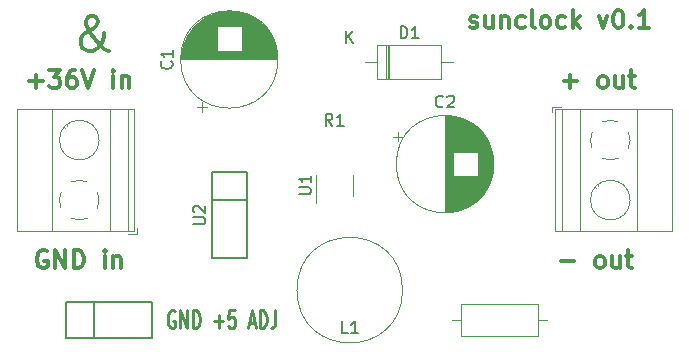
<source format=gbr>
G04 #@! TF.GenerationSoftware,KiCad,Pcbnew,(5.0.2-5-10.14)*
G04 #@! TF.CreationDate,2019-03-09T13:51:56-08:00*
G04 #@! TF.ProjectId,sunclock,73756e63-6c6f-4636-9b2e-6b696361645f,rev?*
G04 #@! TF.SameCoordinates,Original*
G04 #@! TF.FileFunction,Legend,Top*
G04 #@! TF.FilePolarity,Positive*
%FSLAX46Y46*%
G04 Gerber Fmt 4.6, Leading zero omitted, Abs format (unit mm)*
G04 Created by KiCad (PCBNEW (5.0.2-5-10.14)) date Saturday, March 09, 2019 at 01:51:56 PM*
%MOMM*%
%LPD*%
G01*
G04 APERTURE LIST*
%ADD10C,0.300000*%
%ADD11C,0.254000*%
%ADD12C,0.120000*%
%ADD13C,0.150000*%
G04 APERTURE END LIST*
D10*
X142288571Y-79347142D02*
X142431428Y-79418571D01*
X142717142Y-79418571D01*
X142860000Y-79347142D01*
X142931428Y-79204285D01*
X142931428Y-79132857D01*
X142860000Y-78990000D01*
X142717142Y-78918571D01*
X142502857Y-78918571D01*
X142360000Y-78847142D01*
X142288571Y-78704285D01*
X142288571Y-78632857D01*
X142360000Y-78490000D01*
X142502857Y-78418571D01*
X142717142Y-78418571D01*
X142860000Y-78490000D01*
X144217142Y-78418571D02*
X144217142Y-79418571D01*
X143574285Y-78418571D02*
X143574285Y-79204285D01*
X143645714Y-79347142D01*
X143788571Y-79418571D01*
X144002857Y-79418571D01*
X144145714Y-79347142D01*
X144217142Y-79275714D01*
X144931428Y-78418571D02*
X144931428Y-79418571D01*
X144931428Y-78561428D02*
X145002857Y-78490000D01*
X145145714Y-78418571D01*
X145360000Y-78418571D01*
X145502857Y-78490000D01*
X145574285Y-78632857D01*
X145574285Y-79418571D01*
X146931428Y-79347142D02*
X146788571Y-79418571D01*
X146502857Y-79418571D01*
X146360000Y-79347142D01*
X146288571Y-79275714D01*
X146217142Y-79132857D01*
X146217142Y-78704285D01*
X146288571Y-78561428D01*
X146360000Y-78490000D01*
X146502857Y-78418571D01*
X146788571Y-78418571D01*
X146931428Y-78490000D01*
X147788571Y-79418571D02*
X147645714Y-79347142D01*
X147574285Y-79204285D01*
X147574285Y-77918571D01*
X148574285Y-79418571D02*
X148431428Y-79347142D01*
X148360000Y-79275714D01*
X148288571Y-79132857D01*
X148288571Y-78704285D01*
X148360000Y-78561428D01*
X148431428Y-78490000D01*
X148574285Y-78418571D01*
X148788571Y-78418571D01*
X148931428Y-78490000D01*
X149002857Y-78561428D01*
X149074285Y-78704285D01*
X149074285Y-79132857D01*
X149002857Y-79275714D01*
X148931428Y-79347142D01*
X148788571Y-79418571D01*
X148574285Y-79418571D01*
X150360000Y-79347142D02*
X150217142Y-79418571D01*
X149931428Y-79418571D01*
X149788571Y-79347142D01*
X149717142Y-79275714D01*
X149645714Y-79132857D01*
X149645714Y-78704285D01*
X149717142Y-78561428D01*
X149788571Y-78490000D01*
X149931428Y-78418571D01*
X150217142Y-78418571D01*
X150360000Y-78490000D01*
X151002857Y-79418571D02*
X151002857Y-77918571D01*
X151145714Y-78847142D02*
X151574285Y-79418571D01*
X151574285Y-78418571D02*
X151002857Y-78990000D01*
X153217142Y-78418571D02*
X153574285Y-79418571D01*
X153931428Y-78418571D01*
X154788571Y-77918571D02*
X154931428Y-77918571D01*
X155074285Y-77990000D01*
X155145714Y-78061428D01*
X155217142Y-78204285D01*
X155288571Y-78490000D01*
X155288571Y-78847142D01*
X155217142Y-79132857D01*
X155145714Y-79275714D01*
X155074285Y-79347142D01*
X154931428Y-79418571D01*
X154788571Y-79418571D01*
X154645714Y-79347142D01*
X154574285Y-79275714D01*
X154502857Y-79132857D01*
X154431428Y-78847142D01*
X154431428Y-78490000D01*
X154502857Y-78204285D01*
X154574285Y-78061428D01*
X154645714Y-77990000D01*
X154788571Y-77918571D01*
X155931428Y-79275714D02*
X156002857Y-79347142D01*
X155931428Y-79418571D01*
X155860000Y-79347142D01*
X155931428Y-79275714D01*
X155931428Y-79418571D01*
X157431428Y-79418571D02*
X156574285Y-79418571D01*
X157002857Y-79418571D02*
X157002857Y-77918571D01*
X156860000Y-78132857D01*
X156717142Y-78275714D01*
X156574285Y-78347142D01*
X111775714Y-81367142D02*
X111632857Y-81367142D01*
X111347142Y-81224285D01*
X110918571Y-80795714D01*
X110204285Y-79938571D01*
X109918571Y-79510000D01*
X109775714Y-79081428D01*
X109775714Y-78795714D01*
X109918571Y-78510000D01*
X110204285Y-78367142D01*
X110347142Y-78367142D01*
X110632857Y-78510000D01*
X110775714Y-78795714D01*
X110775714Y-78938571D01*
X110632857Y-79224285D01*
X110490000Y-79367142D01*
X109632857Y-79938571D01*
X109490000Y-80081428D01*
X109347142Y-80367142D01*
X109347142Y-80795714D01*
X109490000Y-81081428D01*
X109632857Y-81224285D01*
X109918571Y-81367142D01*
X110347142Y-81367142D01*
X110632857Y-81224285D01*
X110775714Y-81081428D01*
X111204285Y-80510000D01*
X111347142Y-80081428D01*
X111347142Y-79795714D01*
D11*
X117293571Y-103390000D02*
X117196809Y-103318571D01*
X117051666Y-103318571D01*
X116906523Y-103390000D01*
X116809761Y-103532857D01*
X116761380Y-103675714D01*
X116713000Y-103961428D01*
X116713000Y-104175714D01*
X116761380Y-104461428D01*
X116809761Y-104604285D01*
X116906523Y-104747142D01*
X117051666Y-104818571D01*
X117148428Y-104818571D01*
X117293571Y-104747142D01*
X117341952Y-104675714D01*
X117341952Y-104175714D01*
X117148428Y-104175714D01*
X117777380Y-104818571D02*
X117777380Y-103318571D01*
X118357952Y-104818571D01*
X118357952Y-103318571D01*
X118841761Y-104818571D02*
X118841761Y-103318571D01*
X119083666Y-103318571D01*
X119228809Y-103390000D01*
X119325571Y-103532857D01*
X119373952Y-103675714D01*
X119422333Y-103961428D01*
X119422333Y-104175714D01*
X119373952Y-104461428D01*
X119325571Y-104604285D01*
X119228809Y-104747142D01*
X119083666Y-104818571D01*
X118841761Y-104818571D01*
X120631857Y-104247142D02*
X121405952Y-104247142D01*
X121018904Y-104818571D02*
X121018904Y-103675714D01*
X122373571Y-103318571D02*
X121889761Y-103318571D01*
X121841380Y-104032857D01*
X121889761Y-103961428D01*
X121986523Y-103890000D01*
X122228428Y-103890000D01*
X122325190Y-103961428D01*
X122373571Y-104032857D01*
X122421952Y-104175714D01*
X122421952Y-104532857D01*
X122373571Y-104675714D01*
X122325190Y-104747142D01*
X122228428Y-104818571D01*
X121986523Y-104818571D01*
X121889761Y-104747142D01*
X121841380Y-104675714D01*
X123583095Y-104390000D02*
X124066904Y-104390000D01*
X123486333Y-104818571D02*
X123825000Y-103318571D01*
X124163666Y-104818571D01*
X124502333Y-104818571D02*
X124502333Y-103318571D01*
X124744238Y-103318571D01*
X124889380Y-103390000D01*
X124986142Y-103532857D01*
X125034523Y-103675714D01*
X125082904Y-103961428D01*
X125082904Y-104175714D01*
X125034523Y-104461428D01*
X124986142Y-104604285D01*
X124889380Y-104747142D01*
X124744238Y-104818571D01*
X124502333Y-104818571D01*
X125808619Y-103318571D02*
X125808619Y-104390000D01*
X125760238Y-104604285D01*
X125663476Y-104747142D01*
X125518333Y-104818571D01*
X125421571Y-104818571D01*
D10*
X150233428Y-83927142D02*
X151376285Y-83927142D01*
X150804857Y-84498571D02*
X150804857Y-83355714D01*
X153447714Y-84498571D02*
X153304857Y-84427142D01*
X153233428Y-84355714D01*
X153162000Y-84212857D01*
X153162000Y-83784285D01*
X153233428Y-83641428D01*
X153304857Y-83570000D01*
X153447714Y-83498571D01*
X153662000Y-83498571D01*
X153804857Y-83570000D01*
X153876285Y-83641428D01*
X153947714Y-83784285D01*
X153947714Y-84212857D01*
X153876285Y-84355714D01*
X153804857Y-84427142D01*
X153662000Y-84498571D01*
X153447714Y-84498571D01*
X155233428Y-83498571D02*
X155233428Y-84498571D01*
X154590571Y-83498571D02*
X154590571Y-84284285D01*
X154662000Y-84427142D01*
X154804857Y-84498571D01*
X155019142Y-84498571D01*
X155162000Y-84427142D01*
X155233428Y-84355714D01*
X155733428Y-83498571D02*
X156304857Y-83498571D01*
X155947714Y-82998571D02*
X155947714Y-84284285D01*
X156019142Y-84427142D01*
X156162000Y-84498571D01*
X156304857Y-84498571D01*
X149979428Y-99167142D02*
X151122285Y-99167142D01*
X153193714Y-99738571D02*
X153050857Y-99667142D01*
X152979428Y-99595714D01*
X152908000Y-99452857D01*
X152908000Y-99024285D01*
X152979428Y-98881428D01*
X153050857Y-98810000D01*
X153193714Y-98738571D01*
X153408000Y-98738571D01*
X153550857Y-98810000D01*
X153622285Y-98881428D01*
X153693714Y-99024285D01*
X153693714Y-99452857D01*
X153622285Y-99595714D01*
X153550857Y-99667142D01*
X153408000Y-99738571D01*
X153193714Y-99738571D01*
X154979428Y-98738571D02*
X154979428Y-99738571D01*
X154336571Y-98738571D02*
X154336571Y-99524285D01*
X154408000Y-99667142D01*
X154550857Y-99738571D01*
X154765142Y-99738571D01*
X154908000Y-99667142D01*
X154979428Y-99595714D01*
X155479428Y-98738571D02*
X156050857Y-98738571D01*
X155693714Y-98238571D02*
X155693714Y-99524285D01*
X155765142Y-99667142D01*
X155908000Y-99738571D01*
X156050857Y-99738571D01*
X106470000Y-98310000D02*
X106327142Y-98238571D01*
X106112857Y-98238571D01*
X105898571Y-98310000D01*
X105755714Y-98452857D01*
X105684285Y-98595714D01*
X105612857Y-98881428D01*
X105612857Y-99095714D01*
X105684285Y-99381428D01*
X105755714Y-99524285D01*
X105898571Y-99667142D01*
X106112857Y-99738571D01*
X106255714Y-99738571D01*
X106470000Y-99667142D01*
X106541428Y-99595714D01*
X106541428Y-99095714D01*
X106255714Y-99095714D01*
X107184285Y-99738571D02*
X107184285Y-98238571D01*
X108041428Y-99738571D01*
X108041428Y-98238571D01*
X108755714Y-99738571D02*
X108755714Y-98238571D01*
X109112857Y-98238571D01*
X109327142Y-98310000D01*
X109470000Y-98452857D01*
X109541428Y-98595714D01*
X109612857Y-98881428D01*
X109612857Y-99095714D01*
X109541428Y-99381428D01*
X109470000Y-99524285D01*
X109327142Y-99667142D01*
X109112857Y-99738571D01*
X108755714Y-99738571D01*
X111398571Y-99738571D02*
X111398571Y-98738571D01*
X111398571Y-98238571D02*
X111327142Y-98310000D01*
X111398571Y-98381428D01*
X111470000Y-98310000D01*
X111398571Y-98238571D01*
X111398571Y-98381428D01*
X112112857Y-98738571D02*
X112112857Y-99738571D01*
X112112857Y-98881428D02*
X112184285Y-98810000D01*
X112327142Y-98738571D01*
X112541428Y-98738571D01*
X112684285Y-98810000D01*
X112755714Y-98952857D01*
X112755714Y-99738571D01*
X104970000Y-83927142D02*
X106112857Y-83927142D01*
X105541428Y-84498571D02*
X105541428Y-83355714D01*
X106684285Y-82998571D02*
X107612857Y-82998571D01*
X107112857Y-83570000D01*
X107327142Y-83570000D01*
X107470000Y-83641428D01*
X107541428Y-83712857D01*
X107612857Y-83855714D01*
X107612857Y-84212857D01*
X107541428Y-84355714D01*
X107470000Y-84427142D01*
X107327142Y-84498571D01*
X106898571Y-84498571D01*
X106755714Y-84427142D01*
X106684285Y-84355714D01*
X108898571Y-82998571D02*
X108612857Y-82998571D01*
X108470000Y-83070000D01*
X108398571Y-83141428D01*
X108255714Y-83355714D01*
X108184285Y-83641428D01*
X108184285Y-84212857D01*
X108255714Y-84355714D01*
X108327142Y-84427142D01*
X108470000Y-84498571D01*
X108755714Y-84498571D01*
X108898571Y-84427142D01*
X108970000Y-84355714D01*
X109041428Y-84212857D01*
X109041428Y-83855714D01*
X108970000Y-83712857D01*
X108898571Y-83641428D01*
X108755714Y-83570000D01*
X108470000Y-83570000D01*
X108327142Y-83641428D01*
X108255714Y-83712857D01*
X108184285Y-83855714D01*
X109470000Y-82998571D02*
X109970000Y-84498571D01*
X110470000Y-82998571D01*
X112112857Y-84498571D02*
X112112857Y-83498571D01*
X112112857Y-82998571D02*
X112041428Y-83070000D01*
X112112857Y-83141428D01*
X112184285Y-83070000D01*
X112112857Y-82998571D01*
X112112857Y-83141428D01*
X112827142Y-83498571D02*
X112827142Y-84498571D01*
X112827142Y-83641428D02*
X112898571Y-83570000D01*
X113041428Y-83498571D01*
X113255714Y-83498571D01*
X113398571Y-83570000D01*
X113470000Y-83712857D01*
X113470000Y-84498571D01*
D12*
G04 #@! TO.C,R2*
X141510000Y-102770000D02*
X141510000Y-105510000D01*
X141510000Y-105510000D02*
X148050000Y-105510000D01*
X148050000Y-105510000D02*
X148050000Y-102770000D01*
X148050000Y-102770000D02*
X141510000Y-102770000D01*
X140740000Y-104140000D02*
X141510000Y-104140000D01*
X148820000Y-104140000D02*
X148050000Y-104140000D01*
G04 #@! TO.C,L1*
X136590000Y-101600000D02*
G75*
G03X136590000Y-101600000I-4470000J0D01*
G01*
D13*
G04 #@! TO.C,U2*
X123420000Y-91610000D02*
X123420000Y-98890000D01*
X123420000Y-98890000D02*
X120420000Y-98890000D01*
X120420000Y-98890000D02*
X120420000Y-91610000D01*
X120420000Y-91610000D02*
X123420000Y-91610000D01*
X123420000Y-93980000D02*
X120420000Y-93980000D01*
G04 #@! TO.C,J3*
X110490000Y-102640000D02*
X110490000Y-105640000D01*
X108120000Y-105640000D02*
X108120000Y-102640000D01*
X115400000Y-105640000D02*
X108120000Y-105640000D01*
X115400000Y-102640000D02*
X115400000Y-105640000D01*
X108120000Y-102640000D02*
X115400000Y-102640000D01*
D12*
G04 #@! TO.C,C2*
X136170302Y-88217000D02*
X136170302Y-89017000D01*
X135770302Y-88617000D02*
X136570302Y-88617000D01*
X144261000Y-90399000D02*
X144261000Y-91465000D01*
X144221000Y-90164000D02*
X144221000Y-91700000D01*
X144181000Y-89984000D02*
X144181000Y-91880000D01*
X144141000Y-89834000D02*
X144141000Y-92030000D01*
X144101000Y-89703000D02*
X144101000Y-92161000D01*
X144061000Y-89586000D02*
X144061000Y-92278000D01*
X144021000Y-89479000D02*
X144021000Y-92385000D01*
X143981000Y-89380000D02*
X143981000Y-92484000D01*
X143941000Y-89287000D02*
X143941000Y-92577000D01*
X143901000Y-89201000D02*
X143901000Y-92663000D01*
X143861000Y-89119000D02*
X143861000Y-92745000D01*
X143821000Y-89042000D02*
X143821000Y-92822000D01*
X143781000Y-88968000D02*
X143781000Y-92896000D01*
X143741000Y-88898000D02*
X143741000Y-92966000D01*
X143701000Y-88830000D02*
X143701000Y-93034000D01*
X143661000Y-88766000D02*
X143661000Y-93098000D01*
X143621000Y-88704000D02*
X143621000Y-93160000D01*
X143581000Y-88645000D02*
X143581000Y-93219000D01*
X143541000Y-88587000D02*
X143541000Y-93277000D01*
X143501000Y-88532000D02*
X143501000Y-93332000D01*
X143461000Y-88478000D02*
X143461000Y-93386000D01*
X143421000Y-88427000D02*
X143421000Y-93437000D01*
X143381000Y-88376000D02*
X143381000Y-93488000D01*
X143341000Y-88328000D02*
X143341000Y-93536000D01*
X143301000Y-88281000D02*
X143301000Y-93583000D01*
X143261000Y-88235000D02*
X143261000Y-93629000D01*
X143221000Y-88191000D02*
X143221000Y-93673000D01*
X143181000Y-88148000D02*
X143181000Y-93716000D01*
X143141000Y-88106000D02*
X143141000Y-93758000D01*
X143101000Y-88065000D02*
X143101000Y-93799000D01*
X143061000Y-88025000D02*
X143061000Y-93839000D01*
X143021000Y-87987000D02*
X143021000Y-93877000D01*
X142981000Y-87949000D02*
X142981000Y-93915000D01*
X142941000Y-91972000D02*
X142941000Y-93951000D01*
X142941000Y-87913000D02*
X142941000Y-89892000D01*
X142901000Y-91972000D02*
X142901000Y-93987000D01*
X142901000Y-87877000D02*
X142901000Y-89892000D01*
X142861000Y-91972000D02*
X142861000Y-94022000D01*
X142861000Y-87842000D02*
X142861000Y-89892000D01*
X142821000Y-91972000D02*
X142821000Y-94056000D01*
X142821000Y-87808000D02*
X142821000Y-89892000D01*
X142781000Y-91972000D02*
X142781000Y-94088000D01*
X142781000Y-87776000D02*
X142781000Y-89892000D01*
X142741000Y-91972000D02*
X142741000Y-94121000D01*
X142741000Y-87743000D02*
X142741000Y-89892000D01*
X142701000Y-91972000D02*
X142701000Y-94152000D01*
X142701000Y-87712000D02*
X142701000Y-89892000D01*
X142661000Y-91972000D02*
X142661000Y-94182000D01*
X142661000Y-87682000D02*
X142661000Y-89892000D01*
X142621000Y-91972000D02*
X142621000Y-94212000D01*
X142621000Y-87652000D02*
X142621000Y-89892000D01*
X142581000Y-91972000D02*
X142581000Y-94241000D01*
X142581000Y-87623000D02*
X142581000Y-89892000D01*
X142541000Y-91972000D02*
X142541000Y-94270000D01*
X142541000Y-87594000D02*
X142541000Y-89892000D01*
X142501000Y-91972000D02*
X142501000Y-94297000D01*
X142501000Y-87567000D02*
X142501000Y-89892000D01*
X142461000Y-91972000D02*
X142461000Y-94324000D01*
X142461000Y-87540000D02*
X142461000Y-89892000D01*
X142421000Y-91972000D02*
X142421000Y-94350000D01*
X142421000Y-87514000D02*
X142421000Y-89892000D01*
X142381000Y-91972000D02*
X142381000Y-94376000D01*
X142381000Y-87488000D02*
X142381000Y-89892000D01*
X142341000Y-91972000D02*
X142341000Y-94401000D01*
X142341000Y-87463000D02*
X142341000Y-89892000D01*
X142301000Y-91972000D02*
X142301000Y-94425000D01*
X142301000Y-87439000D02*
X142301000Y-89892000D01*
X142261000Y-91972000D02*
X142261000Y-94449000D01*
X142261000Y-87415000D02*
X142261000Y-89892000D01*
X142221000Y-91972000D02*
X142221000Y-94472000D01*
X142221000Y-87392000D02*
X142221000Y-89892000D01*
X142181000Y-91972000D02*
X142181000Y-94494000D01*
X142181000Y-87370000D02*
X142181000Y-89892000D01*
X142141000Y-91972000D02*
X142141000Y-94516000D01*
X142141000Y-87348000D02*
X142141000Y-89892000D01*
X142101000Y-91972000D02*
X142101000Y-94538000D01*
X142101000Y-87326000D02*
X142101000Y-89892000D01*
X142061000Y-91972000D02*
X142061000Y-94559000D01*
X142061000Y-87305000D02*
X142061000Y-89892000D01*
X142021000Y-91972000D02*
X142021000Y-94579000D01*
X142021000Y-87285000D02*
X142021000Y-89892000D01*
X141981000Y-91972000D02*
X141981000Y-94598000D01*
X141981000Y-87266000D02*
X141981000Y-89892000D01*
X141941000Y-91972000D02*
X141941000Y-94618000D01*
X141941000Y-87246000D02*
X141941000Y-89892000D01*
X141901000Y-91972000D02*
X141901000Y-94636000D01*
X141901000Y-87228000D02*
X141901000Y-89892000D01*
X141861000Y-91972000D02*
X141861000Y-94654000D01*
X141861000Y-87210000D02*
X141861000Y-89892000D01*
X141821000Y-91972000D02*
X141821000Y-94672000D01*
X141821000Y-87192000D02*
X141821000Y-89892000D01*
X141781000Y-91972000D02*
X141781000Y-94689000D01*
X141781000Y-87175000D02*
X141781000Y-89892000D01*
X141741000Y-91972000D02*
X141741000Y-94706000D01*
X141741000Y-87158000D02*
X141741000Y-89892000D01*
X141701000Y-91972000D02*
X141701000Y-94722000D01*
X141701000Y-87142000D02*
X141701000Y-89892000D01*
X141661000Y-91972000D02*
X141661000Y-94737000D01*
X141661000Y-87127000D02*
X141661000Y-89892000D01*
X141621000Y-91972000D02*
X141621000Y-94753000D01*
X141621000Y-87111000D02*
X141621000Y-89892000D01*
X141581000Y-91972000D02*
X141581000Y-94767000D01*
X141581000Y-87097000D02*
X141581000Y-89892000D01*
X141541000Y-91972000D02*
X141541000Y-94782000D01*
X141541000Y-87082000D02*
X141541000Y-89892000D01*
X141501000Y-91972000D02*
X141501000Y-94795000D01*
X141501000Y-87069000D02*
X141501000Y-89892000D01*
X141461000Y-91972000D02*
X141461000Y-94809000D01*
X141461000Y-87055000D02*
X141461000Y-89892000D01*
X141421000Y-91972000D02*
X141421000Y-94821000D01*
X141421000Y-87043000D02*
X141421000Y-89892000D01*
X141381000Y-91972000D02*
X141381000Y-94834000D01*
X141381000Y-87030000D02*
X141381000Y-89892000D01*
X141341000Y-91972000D02*
X141341000Y-94846000D01*
X141341000Y-87018000D02*
X141341000Y-89892000D01*
X141301000Y-91972000D02*
X141301000Y-94857000D01*
X141301000Y-87007000D02*
X141301000Y-89892000D01*
X141261000Y-91972000D02*
X141261000Y-94868000D01*
X141261000Y-86996000D02*
X141261000Y-89892000D01*
X141221000Y-91972000D02*
X141221000Y-94879000D01*
X141221000Y-86985000D02*
X141221000Y-89892000D01*
X141181000Y-91972000D02*
X141181000Y-94889000D01*
X141181000Y-86975000D02*
X141181000Y-89892000D01*
X141141000Y-91972000D02*
X141141000Y-94899000D01*
X141141000Y-86965000D02*
X141141000Y-89892000D01*
X141101000Y-91972000D02*
X141101000Y-94908000D01*
X141101000Y-86956000D02*
X141101000Y-89892000D01*
X141061000Y-91972000D02*
X141061000Y-94917000D01*
X141061000Y-86947000D02*
X141061000Y-89892000D01*
X141021000Y-91972000D02*
X141021000Y-94926000D01*
X141021000Y-86938000D02*
X141021000Y-89892000D01*
X140981000Y-91972000D02*
X140981000Y-94934000D01*
X140981000Y-86930000D02*
X140981000Y-89892000D01*
X140941000Y-91972000D02*
X140941000Y-94942000D01*
X140941000Y-86922000D02*
X140941000Y-89892000D01*
X140901000Y-91972000D02*
X140901000Y-94949000D01*
X140901000Y-86915000D02*
X140901000Y-89892000D01*
X140860000Y-86908000D02*
X140860000Y-94956000D01*
X140820000Y-86902000D02*
X140820000Y-94962000D01*
X140780000Y-86895000D02*
X140780000Y-94969000D01*
X140740000Y-86890000D02*
X140740000Y-94974000D01*
X140700000Y-86884000D02*
X140700000Y-94980000D01*
X140660000Y-86880000D02*
X140660000Y-94984000D01*
X140620000Y-86875000D02*
X140620000Y-94989000D01*
X140580000Y-86871000D02*
X140580000Y-94993000D01*
X140540000Y-86867000D02*
X140540000Y-94997000D01*
X140500000Y-86864000D02*
X140500000Y-95000000D01*
X140460000Y-86861000D02*
X140460000Y-95003000D01*
X140420000Y-86858000D02*
X140420000Y-95006000D01*
X140380000Y-86856000D02*
X140380000Y-95008000D01*
X140340000Y-86855000D02*
X140340000Y-95009000D01*
X140300000Y-86853000D02*
X140300000Y-95011000D01*
X140260000Y-86852000D02*
X140260000Y-95012000D01*
X140220000Y-86852000D02*
X140220000Y-95012000D01*
X140180000Y-86852000D02*
X140180000Y-95012000D01*
X144300000Y-90932000D02*
G75*
G03X144300000Y-90932000I-4120000J0D01*
G01*
G04 #@! TO.C,D1*
X134440000Y-80826000D02*
X134440000Y-83766000D01*
X134440000Y-83766000D02*
X139880000Y-83766000D01*
X139880000Y-83766000D02*
X139880000Y-80826000D01*
X139880000Y-80826000D02*
X134440000Y-80826000D01*
X133420000Y-82296000D02*
X134440000Y-82296000D01*
X140900000Y-82296000D02*
X139880000Y-82296000D01*
X135340000Y-80826000D02*
X135340000Y-83766000D01*
X135460000Y-80826000D02*
X135460000Y-83766000D01*
X135220000Y-80826000D02*
X135220000Y-83766000D01*
G04 #@! TO.C,U1*
X132370000Y-93590000D02*
X132370000Y-91830000D01*
X129300000Y-91830000D02*
X129300000Y-94260000D01*
G04 #@! TO.C,J1*
X110754756Y-93296682D02*
G75*
G02X110900000Y-93980000I-1534756J-683318D01*
G01*
X108536958Y-92444574D02*
G75*
G02X109904000Y-92445000I683042J-1535426D01*
G01*
X107684574Y-94663042D02*
G75*
G02X107685000Y-93296000I1535426J683042D01*
G01*
X109903042Y-95515426D02*
G75*
G02X108536000Y-95515000I-683042J1535426D01*
G01*
X110900253Y-93951195D02*
G75*
G02X110755000Y-94664000I-1680253J-28805D01*
G01*
X110900000Y-88900000D02*
G75*
G03X110900000Y-88900000I-1680000J0D01*
G01*
X113320000Y-96580000D02*
X113320000Y-86300000D01*
X111820000Y-96580000D02*
X111820000Y-86300000D01*
X106919000Y-96580000D02*
X106919000Y-86300000D01*
X103959000Y-96580000D02*
X103959000Y-86300000D01*
X113880000Y-96580000D02*
X113880000Y-86300000D01*
X103959000Y-96580000D02*
X113880000Y-96580000D01*
X103959000Y-86300000D02*
X113880000Y-86300000D01*
X108151000Y-87625000D02*
X108197000Y-87672000D01*
X110459000Y-89934000D02*
X110494000Y-89969000D01*
X107945000Y-87830000D02*
X107981000Y-87865000D01*
X110243000Y-90127000D02*
X110289000Y-90174000D01*
X113380000Y-96820000D02*
X114120000Y-96820000D01*
X114120000Y-96820000D02*
X114120000Y-96320000D01*
G04 #@! TO.C,J2*
X149278000Y-86060000D02*
X149278000Y-86560000D01*
X150018000Y-86060000D02*
X149278000Y-86060000D01*
X153155000Y-92753000D02*
X153109000Y-92706000D01*
X155453000Y-95050000D02*
X155417000Y-95015000D01*
X152939000Y-92946000D02*
X152904000Y-92911000D01*
X155247000Y-95255000D02*
X155201000Y-95208000D01*
X159439000Y-96580000D02*
X149518000Y-96580000D01*
X159439000Y-86300000D02*
X149518000Y-86300000D01*
X149518000Y-86300000D02*
X149518000Y-96580000D01*
X159439000Y-86300000D02*
X159439000Y-96580000D01*
X156479000Y-86300000D02*
X156479000Y-96580000D01*
X151578000Y-86300000D02*
X151578000Y-96580000D01*
X150078000Y-86300000D02*
X150078000Y-96580000D01*
X155858000Y-93980000D02*
G75*
G03X155858000Y-93980000I-1680000J0D01*
G01*
X152497747Y-88928805D02*
G75*
G02X152643000Y-88216000I1680253J28805D01*
G01*
X153494958Y-87364574D02*
G75*
G02X154862000Y-87365000I683042J-1535426D01*
G01*
X155713426Y-88216958D02*
G75*
G02X155713000Y-89584000I-1535426J-683042D01*
G01*
X154861042Y-90435426D02*
G75*
G02X153494000Y-90435000I-683042J1535426D01*
G01*
X152643244Y-89583318D02*
G75*
G02X152498000Y-88900000I1534756J683318D01*
G01*
G04 #@! TO.C,C1*
X126040000Y-82070000D02*
G75*
G03X126040000Y-82070000I-4120000J0D01*
G01*
X117840000Y-82070000D02*
X126000000Y-82070000D01*
X117840000Y-82030000D02*
X126000000Y-82030000D01*
X117840000Y-81990000D02*
X126000000Y-81990000D01*
X117841000Y-81950000D02*
X125999000Y-81950000D01*
X117843000Y-81910000D02*
X125997000Y-81910000D01*
X117844000Y-81870000D02*
X125996000Y-81870000D01*
X117846000Y-81830000D02*
X125994000Y-81830000D01*
X117849000Y-81790000D02*
X125991000Y-81790000D01*
X117852000Y-81750000D02*
X125988000Y-81750000D01*
X117855000Y-81710000D02*
X125985000Y-81710000D01*
X117859000Y-81670000D02*
X125981000Y-81670000D01*
X117863000Y-81630000D02*
X125977000Y-81630000D01*
X117868000Y-81590000D02*
X125972000Y-81590000D01*
X117872000Y-81550000D02*
X125968000Y-81550000D01*
X117878000Y-81510000D02*
X125962000Y-81510000D01*
X117883000Y-81470000D02*
X125957000Y-81470000D01*
X117890000Y-81430000D02*
X125950000Y-81430000D01*
X117896000Y-81390000D02*
X125944000Y-81390000D01*
X117903000Y-81349000D02*
X120880000Y-81349000D01*
X122960000Y-81349000D02*
X125937000Y-81349000D01*
X117910000Y-81309000D02*
X120880000Y-81309000D01*
X122960000Y-81309000D02*
X125930000Y-81309000D01*
X117918000Y-81269000D02*
X120880000Y-81269000D01*
X122960000Y-81269000D02*
X125922000Y-81269000D01*
X117926000Y-81229000D02*
X120880000Y-81229000D01*
X122960000Y-81229000D02*
X125914000Y-81229000D01*
X117935000Y-81189000D02*
X120880000Y-81189000D01*
X122960000Y-81189000D02*
X125905000Y-81189000D01*
X117944000Y-81149000D02*
X120880000Y-81149000D01*
X122960000Y-81149000D02*
X125896000Y-81149000D01*
X117953000Y-81109000D02*
X120880000Y-81109000D01*
X122960000Y-81109000D02*
X125887000Y-81109000D01*
X117963000Y-81069000D02*
X120880000Y-81069000D01*
X122960000Y-81069000D02*
X125877000Y-81069000D01*
X117973000Y-81029000D02*
X120880000Y-81029000D01*
X122960000Y-81029000D02*
X125867000Y-81029000D01*
X117984000Y-80989000D02*
X120880000Y-80989000D01*
X122960000Y-80989000D02*
X125856000Y-80989000D01*
X117995000Y-80949000D02*
X120880000Y-80949000D01*
X122960000Y-80949000D02*
X125845000Y-80949000D01*
X118006000Y-80909000D02*
X120880000Y-80909000D01*
X122960000Y-80909000D02*
X125834000Y-80909000D01*
X118018000Y-80869000D02*
X120880000Y-80869000D01*
X122960000Y-80869000D02*
X125822000Y-80869000D01*
X118031000Y-80829000D02*
X120880000Y-80829000D01*
X122960000Y-80829000D02*
X125809000Y-80829000D01*
X118043000Y-80789000D02*
X120880000Y-80789000D01*
X122960000Y-80789000D02*
X125797000Y-80789000D01*
X118057000Y-80749000D02*
X120880000Y-80749000D01*
X122960000Y-80749000D02*
X125783000Y-80749000D01*
X118070000Y-80709000D02*
X120880000Y-80709000D01*
X122960000Y-80709000D02*
X125770000Y-80709000D01*
X118085000Y-80669000D02*
X120880000Y-80669000D01*
X122960000Y-80669000D02*
X125755000Y-80669000D01*
X118099000Y-80629000D02*
X120880000Y-80629000D01*
X122960000Y-80629000D02*
X125741000Y-80629000D01*
X118115000Y-80589000D02*
X120880000Y-80589000D01*
X122960000Y-80589000D02*
X125725000Y-80589000D01*
X118130000Y-80549000D02*
X120880000Y-80549000D01*
X122960000Y-80549000D02*
X125710000Y-80549000D01*
X118146000Y-80509000D02*
X120880000Y-80509000D01*
X122960000Y-80509000D02*
X125694000Y-80509000D01*
X118163000Y-80469000D02*
X120880000Y-80469000D01*
X122960000Y-80469000D02*
X125677000Y-80469000D01*
X118180000Y-80429000D02*
X120880000Y-80429000D01*
X122960000Y-80429000D02*
X125660000Y-80429000D01*
X118198000Y-80389000D02*
X120880000Y-80389000D01*
X122960000Y-80389000D02*
X125642000Y-80389000D01*
X118216000Y-80349000D02*
X120880000Y-80349000D01*
X122960000Y-80349000D02*
X125624000Y-80349000D01*
X118234000Y-80309000D02*
X120880000Y-80309000D01*
X122960000Y-80309000D02*
X125606000Y-80309000D01*
X118254000Y-80269000D02*
X120880000Y-80269000D01*
X122960000Y-80269000D02*
X125586000Y-80269000D01*
X118273000Y-80229000D02*
X120880000Y-80229000D01*
X122960000Y-80229000D02*
X125567000Y-80229000D01*
X118293000Y-80189000D02*
X120880000Y-80189000D01*
X122960000Y-80189000D02*
X125547000Y-80189000D01*
X118314000Y-80149000D02*
X120880000Y-80149000D01*
X122960000Y-80149000D02*
X125526000Y-80149000D01*
X118336000Y-80109000D02*
X120880000Y-80109000D01*
X122960000Y-80109000D02*
X125504000Y-80109000D01*
X118358000Y-80069000D02*
X120880000Y-80069000D01*
X122960000Y-80069000D02*
X125482000Y-80069000D01*
X118380000Y-80029000D02*
X120880000Y-80029000D01*
X122960000Y-80029000D02*
X125460000Y-80029000D01*
X118403000Y-79989000D02*
X120880000Y-79989000D01*
X122960000Y-79989000D02*
X125437000Y-79989000D01*
X118427000Y-79949000D02*
X120880000Y-79949000D01*
X122960000Y-79949000D02*
X125413000Y-79949000D01*
X118451000Y-79909000D02*
X120880000Y-79909000D01*
X122960000Y-79909000D02*
X125389000Y-79909000D01*
X118476000Y-79869000D02*
X120880000Y-79869000D01*
X122960000Y-79869000D02*
X125364000Y-79869000D01*
X118502000Y-79829000D02*
X120880000Y-79829000D01*
X122960000Y-79829000D02*
X125338000Y-79829000D01*
X118528000Y-79789000D02*
X120880000Y-79789000D01*
X122960000Y-79789000D02*
X125312000Y-79789000D01*
X118555000Y-79749000D02*
X120880000Y-79749000D01*
X122960000Y-79749000D02*
X125285000Y-79749000D01*
X118582000Y-79709000D02*
X120880000Y-79709000D01*
X122960000Y-79709000D02*
X125258000Y-79709000D01*
X118611000Y-79669000D02*
X120880000Y-79669000D01*
X122960000Y-79669000D02*
X125229000Y-79669000D01*
X118640000Y-79629000D02*
X120880000Y-79629000D01*
X122960000Y-79629000D02*
X125200000Y-79629000D01*
X118670000Y-79589000D02*
X120880000Y-79589000D01*
X122960000Y-79589000D02*
X125170000Y-79589000D01*
X118700000Y-79549000D02*
X120880000Y-79549000D01*
X122960000Y-79549000D02*
X125140000Y-79549000D01*
X118731000Y-79509000D02*
X120880000Y-79509000D01*
X122960000Y-79509000D02*
X125109000Y-79509000D01*
X118764000Y-79469000D02*
X120880000Y-79469000D01*
X122960000Y-79469000D02*
X125076000Y-79469000D01*
X118796000Y-79429000D02*
X120880000Y-79429000D01*
X122960000Y-79429000D02*
X125044000Y-79429000D01*
X118830000Y-79389000D02*
X120880000Y-79389000D01*
X122960000Y-79389000D02*
X125010000Y-79389000D01*
X118865000Y-79349000D02*
X120880000Y-79349000D01*
X122960000Y-79349000D02*
X124975000Y-79349000D01*
X118901000Y-79309000D02*
X120880000Y-79309000D01*
X122960000Y-79309000D02*
X124939000Y-79309000D01*
X118937000Y-79269000D02*
X124903000Y-79269000D01*
X118975000Y-79229000D02*
X124865000Y-79229000D01*
X119013000Y-79189000D02*
X124827000Y-79189000D01*
X119053000Y-79149000D02*
X124787000Y-79149000D01*
X119094000Y-79109000D02*
X124746000Y-79109000D01*
X119136000Y-79069000D02*
X124704000Y-79069000D01*
X119179000Y-79029000D02*
X124661000Y-79029000D01*
X119223000Y-78989000D02*
X124617000Y-78989000D01*
X119269000Y-78949000D02*
X124571000Y-78949000D01*
X119316000Y-78909000D02*
X124524000Y-78909000D01*
X119364000Y-78869000D02*
X124476000Y-78869000D01*
X119415000Y-78829000D02*
X124425000Y-78829000D01*
X119466000Y-78789000D02*
X124374000Y-78789000D01*
X119520000Y-78749000D02*
X124320000Y-78749000D01*
X119575000Y-78709000D02*
X124265000Y-78709000D01*
X119633000Y-78669000D02*
X124207000Y-78669000D01*
X119692000Y-78629000D02*
X124148000Y-78629000D01*
X119754000Y-78589000D02*
X124086000Y-78589000D01*
X119818000Y-78549000D02*
X124022000Y-78549000D01*
X119886000Y-78509000D02*
X123954000Y-78509000D01*
X119956000Y-78469000D02*
X123884000Y-78469000D01*
X120030000Y-78429000D02*
X123810000Y-78429000D01*
X120107000Y-78389000D02*
X123733000Y-78389000D01*
X120189000Y-78349000D02*
X123651000Y-78349000D01*
X120275000Y-78309000D02*
X123565000Y-78309000D01*
X120368000Y-78269000D02*
X123472000Y-78269000D01*
X120467000Y-78229000D02*
X123373000Y-78229000D01*
X120574000Y-78189000D02*
X123266000Y-78189000D01*
X120691000Y-78149000D02*
X123149000Y-78149000D01*
X120822000Y-78109000D02*
X123018000Y-78109000D01*
X120972000Y-78069000D02*
X122868000Y-78069000D01*
X121152000Y-78029000D02*
X122688000Y-78029000D01*
X121387000Y-77989000D02*
X122453000Y-77989000D01*
X119605000Y-86479698D02*
X119605000Y-85679698D01*
X119205000Y-86079698D02*
X120005000Y-86079698D01*
G04 #@! TO.C,L1*
D13*
X131953333Y-105227380D02*
X131477142Y-105227380D01*
X131477142Y-104227380D01*
X132810476Y-105227380D02*
X132239047Y-105227380D01*
X132524761Y-105227380D02*
X132524761Y-104227380D01*
X132429523Y-104370238D01*
X132334285Y-104465476D01*
X132239047Y-104513095D01*
G04 #@! TO.C,U2*
X118872380Y-96011904D02*
X119681904Y-96011904D01*
X119777142Y-95964285D01*
X119824761Y-95916666D01*
X119872380Y-95821428D01*
X119872380Y-95630952D01*
X119824761Y-95535714D01*
X119777142Y-95488095D01*
X119681904Y-95440476D01*
X118872380Y-95440476D01*
X118967619Y-95011904D02*
X118920000Y-94964285D01*
X118872380Y-94869047D01*
X118872380Y-94630952D01*
X118920000Y-94535714D01*
X118967619Y-94488095D01*
X119062857Y-94440476D01*
X119158095Y-94440476D01*
X119300952Y-94488095D01*
X119872380Y-95059523D01*
X119872380Y-94440476D01*
G04 #@! TO.C,C2*
X140013333Y-86039142D02*
X139965714Y-86086761D01*
X139822857Y-86134380D01*
X139727619Y-86134380D01*
X139584761Y-86086761D01*
X139489523Y-85991523D01*
X139441904Y-85896285D01*
X139394285Y-85705809D01*
X139394285Y-85562952D01*
X139441904Y-85372476D01*
X139489523Y-85277238D01*
X139584761Y-85182000D01*
X139727619Y-85134380D01*
X139822857Y-85134380D01*
X139965714Y-85182000D01*
X140013333Y-85229619D01*
X140394285Y-85229619D02*
X140441904Y-85182000D01*
X140537142Y-85134380D01*
X140775238Y-85134380D01*
X140870476Y-85182000D01*
X140918095Y-85229619D01*
X140965714Y-85324857D01*
X140965714Y-85420095D01*
X140918095Y-85562952D01*
X140346666Y-86134380D01*
X140965714Y-86134380D01*
G04 #@! TO.C,D1*
X136421904Y-80278380D02*
X136421904Y-79278380D01*
X136660000Y-79278380D01*
X136802857Y-79326000D01*
X136898095Y-79421238D01*
X136945714Y-79516476D01*
X136993333Y-79706952D01*
X136993333Y-79849809D01*
X136945714Y-80040285D01*
X136898095Y-80135523D01*
X136802857Y-80230761D01*
X136660000Y-80278380D01*
X136421904Y-80278380D01*
X137945714Y-80278380D02*
X137374285Y-80278380D01*
X137660000Y-80278380D02*
X137660000Y-79278380D01*
X137564761Y-79421238D01*
X137469523Y-79516476D01*
X137374285Y-79564095D01*
X131818095Y-80648380D02*
X131818095Y-79648380D01*
X132389523Y-80648380D02*
X131960952Y-80076952D01*
X132389523Y-79648380D02*
X131818095Y-80219809D01*
G04 #@! TO.C,U1*
X127812380Y-93471904D02*
X128621904Y-93471904D01*
X128717142Y-93424285D01*
X128764761Y-93376666D01*
X128812380Y-93281428D01*
X128812380Y-93090952D01*
X128764761Y-92995714D01*
X128717142Y-92948095D01*
X128621904Y-92900476D01*
X127812380Y-92900476D01*
X128812380Y-91900476D02*
X128812380Y-92471904D01*
X128812380Y-92186190D02*
X127812380Y-92186190D01*
X127955238Y-92281428D01*
X128050476Y-92376666D01*
X128098095Y-92471904D01*
G04 #@! TO.C,C1*
X117027142Y-82236666D02*
X117074761Y-82284285D01*
X117122380Y-82427142D01*
X117122380Y-82522380D01*
X117074761Y-82665238D01*
X116979523Y-82760476D01*
X116884285Y-82808095D01*
X116693809Y-82855714D01*
X116550952Y-82855714D01*
X116360476Y-82808095D01*
X116265238Y-82760476D01*
X116170000Y-82665238D01*
X116122380Y-82522380D01*
X116122380Y-82427142D01*
X116170000Y-82284285D01*
X116217619Y-82236666D01*
X117122380Y-81284285D02*
X117122380Y-81855714D01*
X117122380Y-81570000D02*
X116122380Y-81570000D01*
X116265238Y-81665238D01*
X116360476Y-81760476D01*
X116408095Y-81855714D01*
G04 #@! TO.C,R1*
X130643333Y-87674380D02*
X130310000Y-87198190D01*
X130071904Y-87674380D02*
X130071904Y-86674380D01*
X130452857Y-86674380D01*
X130548095Y-86722000D01*
X130595714Y-86769619D01*
X130643333Y-86864857D01*
X130643333Y-87007714D01*
X130595714Y-87102952D01*
X130548095Y-87150571D01*
X130452857Y-87198190D01*
X130071904Y-87198190D01*
X131595714Y-87674380D02*
X131024285Y-87674380D01*
X131310000Y-87674380D02*
X131310000Y-86674380D01*
X131214761Y-86817238D01*
X131119523Y-86912476D01*
X131024285Y-86960095D01*
G04 #@! TD*
M02*

</source>
